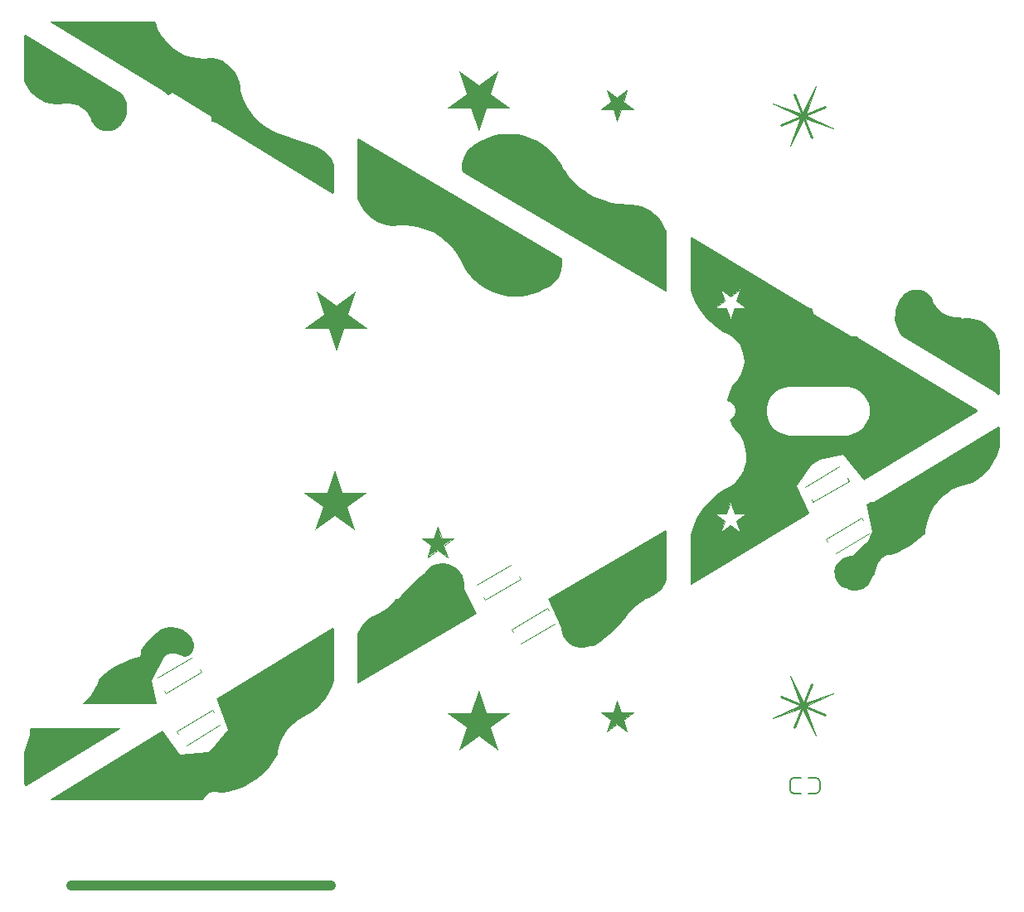
<source format=gbo>
G04*
G04 #@! TF.GenerationSoftware,Altium Limited,Altium Designer,20.0.2 (26)*
G04*
G04 Layer_Color=13813960*
%FSLAX25Y25*%
%MOIN*%
G70*
G01*
G75*
%ADD10C,0.00787*%
%ADD12C,0.00394*%
%ADD13C,0.01000*%
%ADD14C,0.00472*%
%ADD66C,0.03937*%
G36*
X188419Y127362D02*
X196364Y121590D01*
X186543D01*
X183509Y112249D01*
X180474Y121590D01*
X170653D01*
X178598Y127362D01*
X175563Y136703D01*
X183509Y130930D01*
X191454Y136703D01*
X188419Y127362D01*
D02*
G37*
G36*
X241566Y124360D02*
X245539Y121474D01*
X240628D01*
X239111Y116804D01*
X237593Y121474D01*
X232683D01*
X236656Y124360D01*
X235138Y129030D01*
X239111Y126144D01*
X243084Y129030D01*
X241566Y124360D01*
D02*
G37*
G36*
X314952Y119494D02*
X314952Y119494D01*
X315007Y119420D01*
X315096Y119259D01*
X315163Y119088D01*
X315207Y118909D01*
X315217Y118817D01*
Y118817D01*
X315217D01*
X325886Y113517D01*
X314681Y117563D01*
X314605Y117504D01*
X314439Y117410D01*
X314262Y117339D01*
X314077Y117293D01*
X313982Y117282D01*
Y117282D01*
X313982Y117282D01*
X313982D01*
X308649Y106535D01*
X312727Y117818D01*
X312669Y117894D01*
X312575Y118060D01*
X312504Y118237D01*
X312458Y118422D01*
X312447Y118517D01*
X312447D01*
X301778Y123817D01*
X312983Y119771D01*
X313059Y119829D01*
X313225Y119924D01*
X313402Y119995D01*
X313587Y120041D01*
X313682Y120052D01*
X313682Y120052D01*
X318949Y130643D01*
X314952Y119494D01*
D02*
G37*
G36*
X40155Y127600D02*
X40781Y126679D01*
X41419Y125364D01*
X41859Y123971D01*
X42092Y122529D01*
X42115Y121069D01*
X41925Y119620D01*
X41526Y118214D01*
X40929Y116881D01*
X40144Y115649D01*
X39667Y115096D01*
X39209Y114575D01*
X38113Y113725D01*
X36875Y113100D01*
X35541Y112721D01*
X34158Y112604D01*
X32779Y112751D01*
X31453Y113159D01*
X30229Y113811D01*
X29334Y114535D01*
X28706Y115202D01*
X28172Y115947D01*
X27743Y116756D01*
X27584Y117186D01*
X27240Y118004D01*
X26345Y119536D01*
X25196Y120887D01*
X23829Y122017D01*
X22286Y122891D01*
X20614Y123483D01*
X18864Y123773D01*
X17090Y123754D01*
X16211Y123628D01*
X15236Y123463D01*
X13259Y123416D01*
X11294Y123652D01*
X9385Y124168D01*
X7569Y124953D01*
X5884Y125990D01*
X4365Y127258D01*
X3044Y128730D01*
X1948Y130377D01*
X1099Y132164D01*
X803Y133124D01*
Y150941D01*
X1238Y151186D01*
X40155Y127600D01*
D02*
G37*
G36*
X53572Y156213D02*
X54476Y153761D01*
X55688Y151446D01*
X57187Y149305D01*
X58948Y147374D01*
X60943Y145686D01*
X63139Y144269D01*
X65498Y143145D01*
X67983Y142334D01*
X70550Y141849D01*
X73159Y141697D01*
X75766Y141883D01*
X77055Y142101D01*
X78146Y141825D01*
X80214Y140939D01*
X82117Y139740D01*
X83809Y138257D01*
X85247Y136527D01*
X86396Y134593D01*
X87228Y132503D01*
X87721Y130308D01*
X87793Y129185D01*
X88126Y127775D01*
X89052Y125031D01*
X90313Y122424D01*
X91888Y119993D01*
X93753Y117778D01*
X95880Y115812D01*
X98234Y114125D01*
X100780Y112745D01*
X102113Y112177D01*
X104013Y111443D01*
X107827Y110015D01*
X111661Y108639D01*
X115513Y107316D01*
X117445Y106674D01*
X118371Y106370D01*
X120105Y105480D01*
X121679Y104331D01*
X123054Y102951D01*
X124197Y101372D01*
X125080Y99635D01*
X125180Y99326D01*
Y87667D01*
X124744Y87422D01*
X78245Y115603D01*
X77801Y115872D01*
X77702Y115908D01*
X77609Y115956D01*
X76613Y116246D01*
X76509Y116255D01*
X76406Y116278D01*
X75985Y116287D01*
Y118285D01*
X60232Y128083D01*
X58613Y127111D01*
X58130Y127239D01*
X58016Y127441D01*
X57949Y127519D01*
X57893Y127606D01*
X57186Y128335D01*
X57102Y128394D01*
X57026Y128463D01*
X56591Y128726D01*
X56591Y128726D01*
X11269Y156195D01*
X11404Y156676D01*
X53451D01*
X53572Y156213D01*
D02*
G37*
G36*
X196823Y111470D02*
X199427Y111181D01*
X201985Y110614D01*
X204467Y109774D01*
X206844Y108673D01*
X209090Y107323D01*
X211177Y105738D01*
X213082Y103939D01*
X214782Y101945D01*
X216258Y99780D01*
X216875Y98625D01*
X217383Y97711D01*
X218500Y95943D01*
X219744Y94262D01*
X221109Y92678D01*
X222587Y91199D01*
X224170Y89833D01*
X225851Y88588D01*
X227618Y87470D01*
X228531Y86961D01*
X228531Y86961D01*
X228531D01*
X229432Y86498D01*
X231274Y85656D01*
X233165Y84928D01*
X235096Y84318D01*
X237061Y83827D01*
X239052Y83457D01*
X241063Y83209D01*
X243084Y83086D01*
X244097Y83070D01*
X245129Y83057D01*
X247172Y82762D01*
X249160Y82202D01*
X251057Y81388D01*
X252832Y80333D01*
X254453Y79056D01*
X255895Y77578D01*
X257131Y75924D01*
X258140Y74123D01*
X258906Y72206D01*
X259039Y71684D01*
Y48163D01*
X258605Y47915D01*
X177015Y95909D01*
X176995Y95975D01*
X176767Y97552D01*
X176779Y99146D01*
X177030Y100719D01*
X177515Y102237D01*
X178221Y103665D01*
X179135Y104971D01*
X180234Y106125D01*
X180864Y106613D01*
X181912Y107399D01*
X184165Y108737D01*
X186548Y109825D01*
X189035Y110650D01*
X191596Y111203D01*
X194202Y111477D01*
X196823Y111470D01*
D02*
G37*
G36*
X216902Y61444D02*
X217098Y59909D01*
X217061Y58309D01*
X216784Y56733D01*
X216274Y55216D01*
X215542Y53792D01*
X214604Y52495D01*
X213483Y51353D01*
X212843Y50873D01*
X211849Y50126D01*
X209719Y48845D01*
X207469Y47787D01*
X205123Y46964D01*
X202706Y46385D01*
X200242Y46056D01*
X197757Y45980D01*
X195278Y46158D01*
X192829Y46588D01*
X190437Y47265D01*
X188127Y48184D01*
X185923Y49333D01*
X183847Y50701D01*
X181922Y52273D01*
X180167Y54035D01*
X178602Y55965D01*
X177921Y57006D01*
X177391Y58409D01*
X176093Y61112D01*
X174496Y63650D01*
X172619Y65988D01*
X170487Y68097D01*
X168128Y69949D01*
X165573Y71519D01*
X162856Y72787D01*
X160011Y73736D01*
X157077Y74354D01*
X154092Y74633D01*
X151094Y74570D01*
X149602Y74409D01*
X149602Y74409D01*
X148564Y74429D01*
X146509Y74739D01*
X144513Y75314D01*
X142609Y76146D01*
X140830Y77218D01*
X139206Y78514D01*
X137764Y80011D01*
X136531Y81683D01*
X135526Y83501D01*
X134768Y85435D01*
X134662Y85861D01*
Y109317D01*
X135096Y109565D01*
X216902Y61444D01*
D02*
G37*
G36*
X131111Y38802D02*
X139057Y33030D01*
X129235D01*
X126200Y23689D01*
X123166Y33030D01*
X113345D01*
X121290Y38802D01*
X118255Y48143D01*
X126200Y42370D01*
X134146Y48143D01*
X131111Y38802D01*
D02*
G37*
G36*
X360923Y48666D02*
X362248Y48259D01*
X363472Y47607D01*
X364367Y46882D01*
X364995Y46215D01*
X365529Y45470D01*
X365958Y44661D01*
X366117Y44232D01*
X366461Y43413D01*
X367356Y41882D01*
X368504Y40531D01*
X369871Y39401D01*
X371414Y38527D01*
X373085Y37935D01*
X374834Y37644D01*
X376608Y37663D01*
X377486Y37788D01*
X377630Y37015D01*
X378536Y37182D01*
X380376Y37253D01*
X382207Y37060D01*
X383991Y36606D01*
X385692Y35901D01*
X387274Y34959D01*
X388705Y33800D01*
X389954Y32447D01*
X390997Y30930D01*
X391811Y29278D01*
X392380Y27527D01*
X392692Y25713D01*
X392717Y24792D01*
X392717D01*
X392898Y24616D01*
Y6696D01*
X392459Y6456D01*
X390587Y7660D01*
X390577Y7664D01*
X390568Y7671D01*
X353773Y29939D01*
X353331Y30441D01*
X352343Y31964D01*
X351586Y33614D01*
X351077Y35356D01*
X350825Y37154D01*
X350836Y38969D01*
X351111Y40764D01*
X351643Y42500D01*
X352421Y44140D01*
X353429Y45650D01*
X354037Y46324D01*
X354494Y46845D01*
X355591Y47694D01*
X356829Y48318D01*
X358163Y48696D01*
X359544Y48814D01*
X360923Y48666D01*
D02*
G37*
G36*
X315456Y41877D02*
X315456Y41877D01*
X315903Y41605D01*
X316003Y41569D01*
X316097Y41521D01*
X317104Y41231D01*
X317210Y41222D01*
X317314Y41199D01*
X317339Y41199D01*
X317675Y40994D01*
X318069Y39027D01*
X333165Y29930D01*
X335527Y30127D01*
X336091Y29789D01*
X336241Y29354D01*
X336302Y29250D01*
X336354Y29140D01*
X336380Y29115D01*
X336399Y29084D01*
X336495Y29010D01*
X336585Y28928D01*
X384038Y267D01*
X384039Y-233D01*
X338207Y-28110D01*
X330154Y-17758D01*
X320811Y-19664D01*
X317201Y-21754D01*
X311279Y-30160D01*
X316288Y-41105D01*
X316122Y-41466D01*
X315958Y-41585D01*
X315903Y-41605D01*
X315456Y-41877D01*
X268957Y-70059D01*
X268521Y-69813D01*
Y-50584D01*
X268619Y-50053D01*
X269318Y-47550D01*
X270242Y-45121D01*
X271382Y-42786D01*
X272730Y-40563D01*
X274273Y-38472D01*
X276000Y-36530D01*
X277896Y-34753D01*
X279945Y-33154D01*
X282131Y-31748D01*
X283283Y-31148D01*
X284068Y-30706D01*
X285548Y-29680D01*
X286888Y-28477D01*
X288066Y-27116D01*
X289065Y-25617D01*
X289868Y-24006D01*
X290464Y-22307D01*
X290842Y-20546D01*
X290947Y-19651D01*
X290994Y-18873D01*
X290969Y-17314D01*
X290786Y-15765D01*
X290446Y-14243D01*
X289952Y-12764D01*
X289311Y-11342D01*
X288529Y-9993D01*
X287613Y-8731D01*
X287109Y-8137D01*
X286494Y-7449D01*
X285440Y-5935D01*
X284578Y-4304D01*
X284306Y-3591D01*
X285013Y-3183D01*
X285092Y-3114D01*
X285179Y-3055D01*
X285765Y-2469D01*
X285824Y-2382D01*
X285893Y-2303D01*
X286308Y-1585D01*
X286341Y-1485D01*
X286388Y-1391D01*
X286602Y-590D01*
X286609Y-485D01*
X286630Y-382D01*
Y447D01*
X286609Y550D01*
X286602Y655D01*
X286388Y1456D01*
X286341Y1550D01*
X286308Y1650D01*
X285893Y2368D01*
X285824Y2447D01*
X285765Y2534D01*
X285179Y3121D01*
X285092Y3179D01*
X285013Y3248D01*
X284295Y3663D01*
X284195Y3697D01*
X284101Y3743D01*
X283378Y3937D01*
X283473Y4716D01*
X283916Y6506D01*
X284573Y8230D01*
X285434Y9861D01*
X286487Y11376D01*
X287101Y12064D01*
X287700Y12787D01*
X288721Y14361D01*
X289489Y16072D01*
X289984Y17882D01*
X290195Y19746D01*
X290116Y21621D01*
X289750Y23461D01*
X289105Y25222D01*
X288197Y26864D01*
X287047Y28346D01*
X285683Y29634D01*
X284137Y30696D01*
X283307Y31135D01*
X281828Y31842D01*
X279057Y33593D01*
X276509Y35656D01*
X274220Y38002D01*
X272221Y40600D01*
X270540Y43414D01*
X269199Y46406D01*
X268521Y48566D01*
Y69813D01*
X268957Y70058D01*
X315456Y41877D01*
D02*
G37*
G36*
X392898Y-6589D02*
Y-14667D01*
X392620Y-15722D01*
X391651Y-18230D01*
X390412Y-20615D01*
X388918Y-22848D01*
X387186Y-24904D01*
X385238Y-26755D01*
X383098Y-28381D01*
X381945Y-29071D01*
Y-29071D01*
X380708Y-29251D01*
X378275Y-29826D01*
X375925Y-30680D01*
X373692Y-31802D01*
X371603Y-33177D01*
X369690Y-34785D01*
X367976Y-36606D01*
X366487Y-38613D01*
X365241Y-40780D01*
X364256Y-43078D01*
X363545Y-45475D01*
X363118Y-47938D01*
X363013Y-49184D01*
X362300Y-49950D01*
X360773Y-51383D01*
X359154Y-52710D01*
X357449Y-53925D01*
X355666Y-55023D01*
X353814Y-55998D01*
X351900Y-56847D01*
X349934Y-57566D01*
X348929Y-57858D01*
X348510Y-57920D01*
X347687Y-58122D01*
X346896Y-58427D01*
X346150Y-58829D01*
X345462Y-59323D01*
X344842Y-59901D01*
X344300Y-60552D01*
X343845Y-61267D01*
X343653Y-61645D01*
X343653D01*
X343521Y-62442D01*
X343102Y-64003D01*
X342533Y-65517D01*
X341820Y-66967D01*
X341394Y-67654D01*
X341394D01*
X341146Y-68367D01*
X340357Y-69654D01*
X339309Y-70742D01*
X338052Y-71579D01*
X336645Y-72126D01*
X335152Y-72358D01*
X333645Y-72263D01*
X332193Y-71847D01*
X331529Y-71488D01*
X330930Y-71341D01*
X329806Y-70830D01*
X328797Y-70120D01*
X327936Y-69236D01*
X327254Y-68207D01*
X326774Y-67070D01*
X326513Y-65864D01*
X326479Y-64630D01*
X326674Y-63412D01*
X327092Y-62250D01*
X327717Y-61186D01*
X328528Y-60256D01*
X329498Y-59492D01*
X330592Y-58921D01*
X331773Y-58562D01*
X333000Y-58428D01*
X333615Y-58476D01*
Y-58476D01*
X334263Y-57674D01*
X335672Y-56167D01*
X337186Y-54766D01*
X338798Y-53478D01*
X339648Y-52895D01*
X341712Y-48768D01*
X339320Y-37801D01*
X341002Y-36783D01*
X342000D01*
X342060Y-36771D01*
X342122Y-36774D01*
X342212Y-36741D01*
X342307Y-36722D01*
X342358Y-36688D01*
X342416Y-36667D01*
X392463Y-6343D01*
X392898Y-6589D01*
D02*
G37*
G36*
X128803Y-33030D02*
X138624D01*
X130678Y-38802D01*
X133713Y-48143D01*
X125768Y-42370D01*
X117823Y-48143D01*
X120857Y-38802D01*
X112912Y-33030D01*
X122733D01*
X125768Y-23689D01*
X128803Y-33030D01*
D02*
G37*
G36*
X168389Y-51181D02*
X173300D01*
X169327Y-54067D01*
X170844Y-58738D01*
X166872Y-55851D01*
X162899Y-58738D01*
X164417Y-54067D01*
X160444Y-51181D01*
X165354D01*
X166872Y-46511D01*
X168389Y-51181D01*
D02*
G37*
G36*
X169822Y-61385D02*
X171309Y-61668D01*
X172725Y-62201D01*
X174029Y-62969D01*
X175183Y-63949D01*
X176151Y-65112D01*
X176906Y-66424D01*
X177425Y-67846D01*
X177692Y-69335D01*
X177700Y-70849D01*
X177575Y-71595D01*
X177575Y-71595D01*
X177575D01*
X182517Y-81671D01*
X135096Y-109565D01*
X134662Y-109317D01*
Y-89997D01*
X134748Y-89683D01*
X135503Y-87963D01*
X136501Y-86373D01*
X137722Y-84946D01*
X139138Y-83713D01*
X140719Y-82701D01*
X141576Y-82316D01*
X142876Y-81723D01*
X145341Y-80281D01*
X147590Y-78521D01*
X149582Y-76475D01*
X150471Y-75356D01*
X151103Y-75824D01*
X152195Y-74351D01*
X154594Y-71578D01*
X157197Y-68995D01*
X159987Y-66616D01*
X161469Y-65535D01*
X161866Y-64891D01*
X162870Y-63758D01*
X164053Y-62814D01*
X165381Y-62087D01*
X166813Y-61598D01*
X168308Y-61362D01*
X169822Y-61385D01*
D02*
G37*
G36*
X259039Y-48164D02*
Y-67537D01*
X258926Y-67937D01*
X258168Y-69630D01*
X257169Y-71194D01*
X255952Y-72596D01*
X254544Y-73803D01*
X252973Y-74791D01*
X252124Y-75165D01*
X250826Y-75757D01*
X248364Y-77197D01*
X246117Y-78953D01*
X244126Y-80995D01*
X243238Y-82111D01*
X242533Y-83064D01*
X241034Y-84898D01*
X239447Y-86658D01*
X237778Y-88340D01*
X236029Y-89939D01*
X234206Y-91453D01*
X232311Y-92876D01*
X230350Y-94207D01*
X229641Y-94640D01*
X229155Y-94522D01*
X228929Y-94152D01*
X228323Y-94523D01*
X226998Y-95037D01*
X225603Y-95309D01*
X224182Y-95331D01*
X222780Y-95101D01*
X221440Y-94627D01*
X220205Y-93924D01*
X219114Y-93014D01*
X218200Y-91925D01*
X217494Y-90692D01*
X217016Y-89354D01*
X216782Y-87952D01*
X216791Y-87242D01*
X216791D01*
X211183Y-75810D01*
X258605Y-47915D01*
X259039Y-48164D01*
D02*
G37*
G36*
X61843Y-87211D02*
X63194Y-87573D01*
X64479Y-88127D01*
X65671Y-88860D01*
X66745Y-89757D01*
X67212Y-90278D01*
X67523Y-90577D01*
X68047Y-91263D01*
X68460Y-92021D01*
X68754Y-92832D01*
X68921Y-93679D01*
X68957Y-94542D01*
X68862Y-95400D01*
X68638Y-96233D01*
X68464Y-96628D01*
X68203Y-97122D01*
X67458Y-97955D01*
X66534Y-98585D01*
X65486Y-98975D01*
X64931Y-99038D01*
X64490Y-98729D01*
X63542Y-98221D01*
X62526Y-97870D01*
X61466Y-97683D01*
X60391Y-97667D01*
X59326Y-97821D01*
X58300Y-98142D01*
X57337Y-98621D01*
X56887Y-98916D01*
X51991Y-108710D01*
X54095Y-117612D01*
X54092Y-117627D01*
X54062Y-117713D01*
X53695Y-118093D01*
X24379D01*
X24196Y-117593D01*
X25793Y-116243D01*
X27585Y-114234D01*
X29076Y-111994D01*
X30238Y-109566D01*
X30688Y-108297D01*
X31496Y-107429D01*
X33241Y-105821D01*
X35102Y-104350D01*
X37071Y-103025D01*
X39134Y-101854D01*
X41281Y-100843D01*
X43498Y-99999D01*
X45773Y-99326D01*
X46933Y-99077D01*
X47168Y-98748D01*
X47529Y-98027D01*
X47732Y-97247D01*
X47769Y-96441D01*
X47724Y-96040D01*
X48207Y-95279D01*
X49289Y-93840D01*
X50483Y-92490D01*
X51779Y-91239D01*
X52475Y-90667D01*
X52913Y-90122D01*
X53939Y-89170D01*
X55090Y-88375D01*
X56345Y-87754D01*
X57675Y-87321D01*
X59054Y-87083D01*
X60453Y-87046D01*
X61843Y-87211D01*
D02*
G37*
G36*
X240628Y-121474D02*
X245539D01*
X241566Y-124360D01*
X243084Y-129030D01*
X239111Y-126144D01*
X235138Y-129030D01*
X236656Y-124360D01*
X232683Y-121474D01*
X237593D01*
X239111Y-116804D01*
X240628Y-121474D01*
D02*
G37*
G36*
X313982Y-117282D02*
X314077Y-117293D01*
X314262Y-117339D01*
X314439Y-117410D01*
X314605Y-117504D01*
X314681Y-117563D01*
X314681Y-117563D01*
X325886Y-113517D01*
X315217Y-118817D01*
X315207Y-118909D01*
X315163Y-119088D01*
X315096Y-119259D01*
X315007Y-119420D01*
X314952Y-119494D01*
X314952Y-119494D01*
X314952D01*
X318949Y-130643D01*
X313682Y-120052D01*
X313682D01*
X313587Y-120041D01*
X313402Y-119995D01*
X313225Y-119924D01*
X313059Y-119829D01*
X312983Y-119771D01*
X312983Y-119771D01*
X301778Y-123817D01*
X312447Y-118517D01*
X312458Y-118422D01*
X312504Y-118237D01*
X312575Y-118060D01*
X312669Y-117894D01*
X312727Y-117818D01*
Y-117818D01*
X312727D01*
X308649Y-106535D01*
X313982Y-117282D01*
D02*
G37*
G36*
X186543Y-121590D02*
X196364D01*
X188419Y-127362D01*
X191454Y-136703D01*
X183509Y-130930D01*
X175563Y-136703D01*
X178598Y-127362D01*
X170653Y-121590D01*
X180474D01*
X183509Y-112249D01*
X186543Y-121590D01*
D02*
G37*
G36*
X125180Y-87667D02*
Y-108321D01*
X124510Y-110621D01*
X123347Y-113266D01*
X121849Y-115737D01*
X120041Y-117991D01*
X117955Y-119990D01*
X115625Y-121699D01*
X114358Y-122394D01*
X114358D01*
X114358Y-122394D01*
X113187Y-122939D01*
X110964Y-124253D01*
X108932Y-125845D01*
X107124Y-127689D01*
X105573Y-129753D01*
X104305Y-132002D01*
X103341Y-134398D01*
X102698Y-136899D01*
X102500Y-138175D01*
X102500Y-138175D01*
X102500Y-138175D01*
X101951Y-139270D01*
X100665Y-141355D01*
X99202Y-143320D01*
X97574Y-145150D01*
X95791Y-146831D01*
X93869Y-148350D01*
X91822Y-149696D01*
X89665Y-150857D01*
X87415Y-151826D01*
X85089Y-152595D01*
X82705Y-153158D01*
X80281Y-153510D01*
X79058Y-153580D01*
X78534Y-153428D01*
X77454Y-153297D01*
X76370Y-153403D01*
X75335Y-153741D01*
X74398Y-154296D01*
X73603Y-155040D01*
X72988Y-155938D01*
X72691Y-156676D01*
X11404D01*
X11270Y-156194D01*
X56483Y-128793D01*
X63185Y-138175D01*
X74660Y-137410D01*
X76103Y-136329D01*
X82625Y-128272D01*
X78059Y-115716D01*
X78244Y-115603D01*
X124744Y-87422D01*
X125180Y-87667D01*
D02*
G37*
G36*
X39400Y-128058D02*
X1504Y-151025D01*
X1277Y-150952D01*
X980Y-150758D01*
X803Y-150033D01*
Y-137442D01*
X939Y-136735D01*
X1649Y-134241D01*
X2571Y-131816D01*
X3135Y-130648D01*
X3018Y-129890D01*
X3057Y-128356D01*
X3218Y-127576D01*
X39266D01*
X39400Y-128058D01*
D02*
G37*
%LPC*%
G36*
X288652Y48901D02*
X284680Y46015D01*
X280707Y48901D01*
X282224Y44231D01*
X278252Y41345D01*
X283162D01*
X284680Y36674D01*
X286197Y41345D01*
X291108D01*
X287135Y44231D01*
X288652Y48901D01*
D02*
G37*
G36*
X331678Y9844D02*
X308086D01*
X306184Y9466D01*
X304392Y8724D01*
X302780Y7646D01*
X301409Y6275D01*
X300331Y4663D01*
X299589Y2871D01*
X299211Y970D01*
Y-970D01*
X299589Y-2871D01*
X300331Y-4663D01*
X301409Y-6275D01*
X302780Y-7646D01*
X304392Y-8724D01*
X306184Y-9466D01*
X308086Y-9844D01*
X331678D01*
X333580Y-9466D01*
X335371Y-8724D01*
X336984Y-7646D01*
X338355Y-6275D01*
X339432Y-4663D01*
X340174Y-2871D01*
X340553Y-970D01*
Y970D01*
X340174Y2871D01*
X339432Y4663D01*
X338355Y6275D01*
X336984Y7646D01*
X335371Y8724D01*
X333580Y9466D01*
X331678Y9844D01*
D02*
G37*
G36*
X284680Y-36674D02*
X283162Y-41345D01*
X278252D01*
X282224Y-44231D01*
X280707Y-48901D01*
X284680Y-46015D01*
X288652Y-48901D01*
X287135Y-44231D01*
X291108Y-41345D01*
X286197D01*
X284680Y-36674D01*
D02*
G37*
%LPD*%
D10*
X319035Y-153898D02*
G03*
X320610Y-152323I-0J1575D01*
G01*
X320610Y-149252D02*
G03*
X319035Y-147677I-1575J0D01*
G01*
X310098Y-147677D02*
G03*
X308524Y-149252I0J-1575D01*
G01*
Y-152323D02*
G03*
X310098Y-153898I1575J0D01*
G01*
Y-153898D02*
X312992D01*
X320610Y-152323D02*
Y-149252D01*
X308524Y-152323D02*
Y-149252D01*
X316142Y-153898D02*
X319035D01*
X316142Y-147677D02*
X319035D01*
X310098Y-147677D02*
X312992D01*
D12*
X313682Y120052D02*
G03*
X312983Y119771I150J-1385D01*
G01*
X315217Y118817D02*
G03*
X314952Y119494I-1385J-150D01*
G01*
X313982Y117282D02*
G03*
X314681Y117563I-150J1385D01*
G01*
X312447Y118517D02*
G03*
X312727Y117818I1385J150D01*
G01*
Y-117818D02*
G03*
X312447Y-118517I1104J-849D01*
G01*
X314681Y-117563D02*
G03*
X313982Y-117282I-849J-1104D01*
G01*
X312983Y-119771D02*
G03*
X313682Y-120052I849J1104D01*
G01*
X314952Y-119494D02*
G03*
X315217Y-118817I-1120J827D01*
G01*
X241566Y124360D02*
X243084Y129030D01*
X239111Y116804D02*
X240628Y121474D01*
X232683D02*
X236656Y124360D01*
X240628Y121474D02*
X245539D01*
X239111Y126144D02*
X243084Y129030D01*
X232683Y121474D02*
X237593D01*
X235138Y129030D02*
X239111Y126144D01*
X241566Y124360D02*
X245539Y121474D01*
X237593D02*
X239111Y116804D01*
X235138Y129030D02*
X236656Y124360D01*
X314681Y117563D02*
X325886Y113517D01*
X315217Y118817D02*
X325886Y113517D01*
X308649Y106535D02*
X312727Y117818D01*
X301778Y123817D02*
X312447Y118517D01*
X313682Y120052D02*
X318949Y130643D01*
X314952Y119494D02*
X318949Y130643D01*
X301778Y123817D02*
X312983Y119771D01*
X308649Y106535D02*
X313982Y117282D01*
X232683Y-121474D02*
X237593D01*
X240628D02*
X245539D01*
X239111Y-126144D02*
X243084Y-129030D01*
X241566Y-124360D02*
X245539Y-121474D01*
X235138Y-129030D02*
X239111Y-126144D01*
X235138Y-129030D02*
X236656Y-124360D01*
X237593Y-121474D02*
X239111Y-116804D01*
X241566Y-124360D02*
X243084Y-129030D01*
X239111Y-116804D02*
X240628Y-121474D01*
X232683D02*
X236656Y-124360D01*
X308649Y-106535D02*
X313982Y-117282D01*
X308649Y-106535D02*
X312727Y-117818D01*
X313682Y-120052D02*
X318949Y-130643D01*
X314952Y-119494D02*
X318949Y-130643D01*
X315217Y-118817D02*
X325886Y-113517D01*
X301778Y-123817D02*
X312447Y-118517D01*
X314681Y-117563D02*
X325886Y-113517D01*
X301778Y-123817D02*
X312983Y-119771D01*
X163012Y-58871D02*
X166985Y-55985D01*
X169440Y-54201D02*
X173413Y-51314D01*
X163012Y-58871D02*
X164530Y-54201D01*
X165467Y-51314D02*
X166985Y-46644D01*
X169440Y-54201D02*
X170958Y-58871D01*
X166985Y-46644D02*
X168502Y-51314D01*
X160557D02*
X164530Y-54201D01*
X166985Y-55985D02*
X170958Y-58871D01*
X168502Y-51314D02*
X173413D01*
X160557D02*
X165467D01*
X278252Y41345D02*
X282224Y44231D01*
X284680Y36674D02*
X286197Y41345D01*
X284680Y46015D02*
X288652Y48901D01*
X286197Y41345D02*
X291108D01*
X278252D02*
X283162D01*
X280707Y48901D02*
X284680Y46015D01*
X283162Y41345D02*
X284680Y36674D01*
X287135Y44231D02*
X291108Y41345D01*
X280707Y48901D02*
X282224Y44231D01*
X287135D02*
X288652Y48901D01*
X280707Y-48901D02*
X284680Y-46015D01*
X280707Y-48901D02*
X282224Y-44231D01*
X287135D02*
X291108Y-41345D01*
X283162D02*
X284680Y-36674D01*
X278252Y-41345D02*
X282224Y-44231D01*
X287135D02*
X288652Y-48901D01*
X284680Y-36674D02*
X286197Y-41345D01*
X284680Y-46015D02*
X288652Y-48901D01*
X278252Y-41345D02*
X283162D01*
X286197D02*
X291108D01*
D13*
X305041Y115139D02*
X322623Y122195D01*
X310304Y127458D02*
X317360Y109876D01*
X305041Y-115139D02*
X322623Y-122195D01*
X310304Y-127458D02*
X317360Y-109876D01*
D14*
X65846Y-134606D02*
X79445Y-126435D01*
X61926Y-128923D02*
X76268Y-120306D01*
X61926Y-128923D02*
X62534Y-129936D01*
X76268Y-120306D02*
X76876Y-121318D01*
X200491Y-93661D02*
X214091Y-85490D01*
X196572Y-87979D02*
X210914Y-79361D01*
X196572Y-87979D02*
X197180Y-88991D01*
X210914Y-79361D02*
X211522Y-80373D01*
X326869Y-57441D02*
X340469Y-49269D01*
X322949Y-51758D02*
X337292Y-43140D01*
X322949Y-51758D02*
X323558Y-52771D01*
X337292Y-43140D02*
X337900Y-44153D01*
X54413Y-107424D02*
X68013Y-99252D01*
X57590Y-113552D02*
X71933Y-104935D01*
X71324Y-103922D02*
X71933Y-104935D01*
X56982Y-112540D02*
X57590Y-113552D01*
X182759Y-70022D02*
X196359Y-61851D01*
X185937Y-76151D02*
X200279Y-67533D01*
X199671Y-66521D02*
X200279Y-67533D01*
X185328Y-75138D02*
X185937Y-76151D01*
X314649Y-30652D02*
X328249Y-22480D01*
X317826Y-36781D02*
X332169Y-28163D01*
X331560Y-27151D02*
X332169Y-28163D01*
X317218Y-35768D02*
X317826Y-36781D01*
D66*
X19685Y-190945D02*
X124016D01*
M02*

</source>
